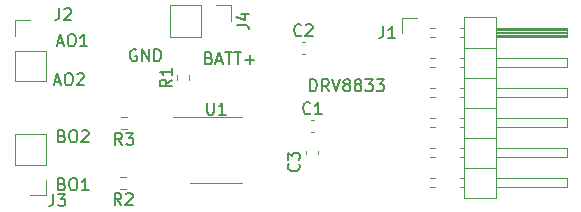
<source format=gbr>
%TF.GenerationSoftware,KiCad,Pcbnew,7.0.10*%
%TF.CreationDate,2024-02-14T05:56:45+09:00*%
%TF.ProjectId,drv8833,64727638-3833-4332-9e6b-696361645f70,rev?*%
%TF.SameCoordinates,Original*%
%TF.FileFunction,Legend,Top*%
%TF.FilePolarity,Positive*%
%FSLAX46Y46*%
G04 Gerber Fmt 4.6, Leading zero omitted, Abs format (unit mm)*
G04 Created by KiCad (PCBNEW 7.0.10) date 2024-02-14 05:56:45*
%MOMM*%
%LPD*%
G01*
G04 APERTURE LIST*
%ADD10C,0.150000*%
%ADD11C,0.120000*%
G04 APERTURE END LIST*
D10*
X104556112Y-67164009D02*
X104698969Y-67211628D01*
X104698969Y-67211628D02*
X104746588Y-67259247D01*
X104746588Y-67259247D02*
X104794207Y-67354485D01*
X104794207Y-67354485D02*
X104794207Y-67497342D01*
X104794207Y-67497342D02*
X104746588Y-67592580D01*
X104746588Y-67592580D02*
X104698969Y-67640200D01*
X104698969Y-67640200D02*
X104603731Y-67687819D01*
X104603731Y-67687819D02*
X104222779Y-67687819D01*
X104222779Y-67687819D02*
X104222779Y-66687819D01*
X104222779Y-66687819D02*
X104556112Y-66687819D01*
X104556112Y-66687819D02*
X104651350Y-66735438D01*
X104651350Y-66735438D02*
X104698969Y-66783057D01*
X104698969Y-66783057D02*
X104746588Y-66878295D01*
X104746588Y-66878295D02*
X104746588Y-66973533D01*
X104746588Y-66973533D02*
X104698969Y-67068771D01*
X104698969Y-67068771D02*
X104651350Y-67116390D01*
X104651350Y-67116390D02*
X104556112Y-67164009D01*
X104556112Y-67164009D02*
X104222779Y-67164009D01*
X105413255Y-66687819D02*
X105603731Y-66687819D01*
X105603731Y-66687819D02*
X105698969Y-66735438D01*
X105698969Y-66735438D02*
X105794207Y-66830676D01*
X105794207Y-66830676D02*
X105841826Y-67021152D01*
X105841826Y-67021152D02*
X105841826Y-67354485D01*
X105841826Y-67354485D02*
X105794207Y-67544961D01*
X105794207Y-67544961D02*
X105698969Y-67640200D01*
X105698969Y-67640200D02*
X105603731Y-67687819D01*
X105603731Y-67687819D02*
X105413255Y-67687819D01*
X105413255Y-67687819D02*
X105318017Y-67640200D01*
X105318017Y-67640200D02*
X105222779Y-67544961D01*
X105222779Y-67544961D02*
X105175160Y-67354485D01*
X105175160Y-67354485D02*
X105175160Y-67021152D01*
X105175160Y-67021152D02*
X105222779Y-66830676D01*
X105222779Y-66830676D02*
X105318017Y-66735438D01*
X105318017Y-66735438D02*
X105413255Y-66687819D01*
X106222779Y-66783057D02*
X106270398Y-66735438D01*
X106270398Y-66735438D02*
X106365636Y-66687819D01*
X106365636Y-66687819D02*
X106603731Y-66687819D01*
X106603731Y-66687819D02*
X106698969Y-66735438D01*
X106698969Y-66735438D02*
X106746588Y-66783057D01*
X106746588Y-66783057D02*
X106794207Y-66878295D01*
X106794207Y-66878295D02*
X106794207Y-66973533D01*
X106794207Y-66973533D02*
X106746588Y-67116390D01*
X106746588Y-67116390D02*
X106175160Y-67687819D01*
X106175160Y-67687819D02*
X106794207Y-67687819D01*
X125558779Y-63369819D02*
X125558779Y-62369819D01*
X125558779Y-62369819D02*
X125796874Y-62369819D01*
X125796874Y-62369819D02*
X125939731Y-62417438D01*
X125939731Y-62417438D02*
X126034969Y-62512676D01*
X126034969Y-62512676D02*
X126082588Y-62607914D01*
X126082588Y-62607914D02*
X126130207Y-62798390D01*
X126130207Y-62798390D02*
X126130207Y-62941247D01*
X126130207Y-62941247D02*
X126082588Y-63131723D01*
X126082588Y-63131723D02*
X126034969Y-63226961D01*
X126034969Y-63226961D02*
X125939731Y-63322200D01*
X125939731Y-63322200D02*
X125796874Y-63369819D01*
X125796874Y-63369819D02*
X125558779Y-63369819D01*
X127130207Y-63369819D02*
X126796874Y-62893628D01*
X126558779Y-63369819D02*
X126558779Y-62369819D01*
X126558779Y-62369819D02*
X126939731Y-62369819D01*
X126939731Y-62369819D02*
X127034969Y-62417438D01*
X127034969Y-62417438D02*
X127082588Y-62465057D01*
X127082588Y-62465057D02*
X127130207Y-62560295D01*
X127130207Y-62560295D02*
X127130207Y-62703152D01*
X127130207Y-62703152D02*
X127082588Y-62798390D01*
X127082588Y-62798390D02*
X127034969Y-62846009D01*
X127034969Y-62846009D02*
X126939731Y-62893628D01*
X126939731Y-62893628D02*
X126558779Y-62893628D01*
X127415922Y-62369819D02*
X127749255Y-63369819D01*
X127749255Y-63369819D02*
X128082588Y-62369819D01*
X128558779Y-62798390D02*
X128463541Y-62750771D01*
X128463541Y-62750771D02*
X128415922Y-62703152D01*
X128415922Y-62703152D02*
X128368303Y-62607914D01*
X128368303Y-62607914D02*
X128368303Y-62560295D01*
X128368303Y-62560295D02*
X128415922Y-62465057D01*
X128415922Y-62465057D02*
X128463541Y-62417438D01*
X128463541Y-62417438D02*
X128558779Y-62369819D01*
X128558779Y-62369819D02*
X128749255Y-62369819D01*
X128749255Y-62369819D02*
X128844493Y-62417438D01*
X128844493Y-62417438D02*
X128892112Y-62465057D01*
X128892112Y-62465057D02*
X128939731Y-62560295D01*
X128939731Y-62560295D02*
X128939731Y-62607914D01*
X128939731Y-62607914D02*
X128892112Y-62703152D01*
X128892112Y-62703152D02*
X128844493Y-62750771D01*
X128844493Y-62750771D02*
X128749255Y-62798390D01*
X128749255Y-62798390D02*
X128558779Y-62798390D01*
X128558779Y-62798390D02*
X128463541Y-62846009D01*
X128463541Y-62846009D02*
X128415922Y-62893628D01*
X128415922Y-62893628D02*
X128368303Y-62988866D01*
X128368303Y-62988866D02*
X128368303Y-63179342D01*
X128368303Y-63179342D02*
X128415922Y-63274580D01*
X128415922Y-63274580D02*
X128463541Y-63322200D01*
X128463541Y-63322200D02*
X128558779Y-63369819D01*
X128558779Y-63369819D02*
X128749255Y-63369819D01*
X128749255Y-63369819D02*
X128844493Y-63322200D01*
X128844493Y-63322200D02*
X128892112Y-63274580D01*
X128892112Y-63274580D02*
X128939731Y-63179342D01*
X128939731Y-63179342D02*
X128939731Y-62988866D01*
X128939731Y-62988866D02*
X128892112Y-62893628D01*
X128892112Y-62893628D02*
X128844493Y-62846009D01*
X128844493Y-62846009D02*
X128749255Y-62798390D01*
X129511160Y-62798390D02*
X129415922Y-62750771D01*
X129415922Y-62750771D02*
X129368303Y-62703152D01*
X129368303Y-62703152D02*
X129320684Y-62607914D01*
X129320684Y-62607914D02*
X129320684Y-62560295D01*
X129320684Y-62560295D02*
X129368303Y-62465057D01*
X129368303Y-62465057D02*
X129415922Y-62417438D01*
X129415922Y-62417438D02*
X129511160Y-62369819D01*
X129511160Y-62369819D02*
X129701636Y-62369819D01*
X129701636Y-62369819D02*
X129796874Y-62417438D01*
X129796874Y-62417438D02*
X129844493Y-62465057D01*
X129844493Y-62465057D02*
X129892112Y-62560295D01*
X129892112Y-62560295D02*
X129892112Y-62607914D01*
X129892112Y-62607914D02*
X129844493Y-62703152D01*
X129844493Y-62703152D02*
X129796874Y-62750771D01*
X129796874Y-62750771D02*
X129701636Y-62798390D01*
X129701636Y-62798390D02*
X129511160Y-62798390D01*
X129511160Y-62798390D02*
X129415922Y-62846009D01*
X129415922Y-62846009D02*
X129368303Y-62893628D01*
X129368303Y-62893628D02*
X129320684Y-62988866D01*
X129320684Y-62988866D02*
X129320684Y-63179342D01*
X129320684Y-63179342D02*
X129368303Y-63274580D01*
X129368303Y-63274580D02*
X129415922Y-63322200D01*
X129415922Y-63322200D02*
X129511160Y-63369819D01*
X129511160Y-63369819D02*
X129701636Y-63369819D01*
X129701636Y-63369819D02*
X129796874Y-63322200D01*
X129796874Y-63322200D02*
X129844493Y-63274580D01*
X129844493Y-63274580D02*
X129892112Y-63179342D01*
X129892112Y-63179342D02*
X129892112Y-62988866D01*
X129892112Y-62988866D02*
X129844493Y-62893628D01*
X129844493Y-62893628D02*
X129796874Y-62846009D01*
X129796874Y-62846009D02*
X129701636Y-62798390D01*
X130225446Y-62369819D02*
X130844493Y-62369819D01*
X130844493Y-62369819D02*
X130511160Y-62750771D01*
X130511160Y-62750771D02*
X130654017Y-62750771D01*
X130654017Y-62750771D02*
X130749255Y-62798390D01*
X130749255Y-62798390D02*
X130796874Y-62846009D01*
X130796874Y-62846009D02*
X130844493Y-62941247D01*
X130844493Y-62941247D02*
X130844493Y-63179342D01*
X130844493Y-63179342D02*
X130796874Y-63274580D01*
X130796874Y-63274580D02*
X130749255Y-63322200D01*
X130749255Y-63322200D02*
X130654017Y-63369819D01*
X130654017Y-63369819D02*
X130368303Y-63369819D01*
X130368303Y-63369819D02*
X130273065Y-63322200D01*
X130273065Y-63322200D02*
X130225446Y-63274580D01*
X131177827Y-62369819D02*
X131796874Y-62369819D01*
X131796874Y-62369819D02*
X131463541Y-62750771D01*
X131463541Y-62750771D02*
X131606398Y-62750771D01*
X131606398Y-62750771D02*
X131701636Y-62798390D01*
X131701636Y-62798390D02*
X131749255Y-62846009D01*
X131749255Y-62846009D02*
X131796874Y-62941247D01*
X131796874Y-62941247D02*
X131796874Y-63179342D01*
X131796874Y-63179342D02*
X131749255Y-63274580D01*
X131749255Y-63274580D02*
X131701636Y-63322200D01*
X131701636Y-63322200D02*
X131606398Y-63369819D01*
X131606398Y-63369819D02*
X131320684Y-63369819D01*
X131320684Y-63369819D02*
X131225446Y-63322200D01*
X131225446Y-63322200D02*
X131177827Y-63274580D01*
X104175160Y-59274104D02*
X104651350Y-59274104D01*
X104079922Y-59559819D02*
X104413255Y-58559819D01*
X104413255Y-58559819D02*
X104746588Y-59559819D01*
X105270398Y-58559819D02*
X105460874Y-58559819D01*
X105460874Y-58559819D02*
X105556112Y-58607438D01*
X105556112Y-58607438D02*
X105651350Y-58702676D01*
X105651350Y-58702676D02*
X105698969Y-58893152D01*
X105698969Y-58893152D02*
X105698969Y-59226485D01*
X105698969Y-59226485D02*
X105651350Y-59416961D01*
X105651350Y-59416961D02*
X105556112Y-59512200D01*
X105556112Y-59512200D02*
X105460874Y-59559819D01*
X105460874Y-59559819D02*
X105270398Y-59559819D01*
X105270398Y-59559819D02*
X105175160Y-59512200D01*
X105175160Y-59512200D02*
X105079922Y-59416961D01*
X105079922Y-59416961D02*
X105032303Y-59226485D01*
X105032303Y-59226485D02*
X105032303Y-58893152D01*
X105032303Y-58893152D02*
X105079922Y-58702676D01*
X105079922Y-58702676D02*
X105175160Y-58607438D01*
X105175160Y-58607438D02*
X105270398Y-58559819D01*
X106651350Y-59559819D02*
X106079922Y-59559819D01*
X106365636Y-59559819D02*
X106365636Y-58559819D01*
X106365636Y-58559819D02*
X106270398Y-58702676D01*
X106270398Y-58702676D02*
X106175160Y-58797914D01*
X106175160Y-58797914D02*
X106079922Y-58845533D01*
X117002112Y-60560009D02*
X117144969Y-60607628D01*
X117144969Y-60607628D02*
X117192588Y-60655247D01*
X117192588Y-60655247D02*
X117240207Y-60750485D01*
X117240207Y-60750485D02*
X117240207Y-60893342D01*
X117240207Y-60893342D02*
X117192588Y-60988580D01*
X117192588Y-60988580D02*
X117144969Y-61036200D01*
X117144969Y-61036200D02*
X117049731Y-61083819D01*
X117049731Y-61083819D02*
X116668779Y-61083819D01*
X116668779Y-61083819D02*
X116668779Y-60083819D01*
X116668779Y-60083819D02*
X117002112Y-60083819D01*
X117002112Y-60083819D02*
X117097350Y-60131438D01*
X117097350Y-60131438D02*
X117144969Y-60179057D01*
X117144969Y-60179057D02*
X117192588Y-60274295D01*
X117192588Y-60274295D02*
X117192588Y-60369533D01*
X117192588Y-60369533D02*
X117144969Y-60464771D01*
X117144969Y-60464771D02*
X117097350Y-60512390D01*
X117097350Y-60512390D02*
X117002112Y-60560009D01*
X117002112Y-60560009D02*
X116668779Y-60560009D01*
X117621160Y-60798104D02*
X118097350Y-60798104D01*
X117525922Y-61083819D02*
X117859255Y-60083819D01*
X117859255Y-60083819D02*
X118192588Y-61083819D01*
X118383065Y-60083819D02*
X118954493Y-60083819D01*
X118668779Y-61083819D02*
X118668779Y-60083819D01*
X119144970Y-60083819D02*
X119716398Y-60083819D01*
X119430684Y-61083819D02*
X119430684Y-60083819D01*
X120049732Y-60702866D02*
X120811637Y-60702866D01*
X120430684Y-61083819D02*
X120430684Y-60321914D01*
X104556112Y-71228009D02*
X104698969Y-71275628D01*
X104698969Y-71275628D02*
X104746588Y-71323247D01*
X104746588Y-71323247D02*
X104794207Y-71418485D01*
X104794207Y-71418485D02*
X104794207Y-71561342D01*
X104794207Y-71561342D02*
X104746588Y-71656580D01*
X104746588Y-71656580D02*
X104698969Y-71704200D01*
X104698969Y-71704200D02*
X104603731Y-71751819D01*
X104603731Y-71751819D02*
X104222779Y-71751819D01*
X104222779Y-71751819D02*
X104222779Y-70751819D01*
X104222779Y-70751819D02*
X104556112Y-70751819D01*
X104556112Y-70751819D02*
X104651350Y-70799438D01*
X104651350Y-70799438D02*
X104698969Y-70847057D01*
X104698969Y-70847057D02*
X104746588Y-70942295D01*
X104746588Y-70942295D02*
X104746588Y-71037533D01*
X104746588Y-71037533D02*
X104698969Y-71132771D01*
X104698969Y-71132771D02*
X104651350Y-71180390D01*
X104651350Y-71180390D02*
X104556112Y-71228009D01*
X104556112Y-71228009D02*
X104222779Y-71228009D01*
X105413255Y-70751819D02*
X105603731Y-70751819D01*
X105603731Y-70751819D02*
X105698969Y-70799438D01*
X105698969Y-70799438D02*
X105794207Y-70894676D01*
X105794207Y-70894676D02*
X105841826Y-71085152D01*
X105841826Y-71085152D02*
X105841826Y-71418485D01*
X105841826Y-71418485D02*
X105794207Y-71608961D01*
X105794207Y-71608961D02*
X105698969Y-71704200D01*
X105698969Y-71704200D02*
X105603731Y-71751819D01*
X105603731Y-71751819D02*
X105413255Y-71751819D01*
X105413255Y-71751819D02*
X105318017Y-71704200D01*
X105318017Y-71704200D02*
X105222779Y-71608961D01*
X105222779Y-71608961D02*
X105175160Y-71418485D01*
X105175160Y-71418485D02*
X105175160Y-71085152D01*
X105175160Y-71085152D02*
X105222779Y-70894676D01*
X105222779Y-70894676D02*
X105318017Y-70799438D01*
X105318017Y-70799438D02*
X105413255Y-70751819D01*
X106794207Y-71751819D02*
X106222779Y-71751819D01*
X106508493Y-71751819D02*
X106508493Y-70751819D01*
X106508493Y-70751819D02*
X106413255Y-70894676D01*
X106413255Y-70894676D02*
X106318017Y-70989914D01*
X106318017Y-70989914D02*
X106222779Y-71037533D01*
X110842588Y-59877438D02*
X110747350Y-59829819D01*
X110747350Y-59829819D02*
X110604493Y-59829819D01*
X110604493Y-59829819D02*
X110461636Y-59877438D01*
X110461636Y-59877438D02*
X110366398Y-59972676D01*
X110366398Y-59972676D02*
X110318779Y-60067914D01*
X110318779Y-60067914D02*
X110271160Y-60258390D01*
X110271160Y-60258390D02*
X110271160Y-60401247D01*
X110271160Y-60401247D02*
X110318779Y-60591723D01*
X110318779Y-60591723D02*
X110366398Y-60686961D01*
X110366398Y-60686961D02*
X110461636Y-60782200D01*
X110461636Y-60782200D02*
X110604493Y-60829819D01*
X110604493Y-60829819D02*
X110699731Y-60829819D01*
X110699731Y-60829819D02*
X110842588Y-60782200D01*
X110842588Y-60782200D02*
X110890207Y-60734580D01*
X110890207Y-60734580D02*
X110890207Y-60401247D01*
X110890207Y-60401247D02*
X110699731Y-60401247D01*
X111318779Y-60829819D02*
X111318779Y-59829819D01*
X111318779Y-59829819D02*
X111890207Y-60829819D01*
X111890207Y-60829819D02*
X111890207Y-59829819D01*
X112366398Y-60829819D02*
X112366398Y-59829819D01*
X112366398Y-59829819D02*
X112604493Y-59829819D01*
X112604493Y-59829819D02*
X112747350Y-59877438D01*
X112747350Y-59877438D02*
X112842588Y-59972676D01*
X112842588Y-59972676D02*
X112890207Y-60067914D01*
X112890207Y-60067914D02*
X112937826Y-60258390D01*
X112937826Y-60258390D02*
X112937826Y-60401247D01*
X112937826Y-60401247D02*
X112890207Y-60591723D01*
X112890207Y-60591723D02*
X112842588Y-60686961D01*
X112842588Y-60686961D02*
X112747350Y-60782200D01*
X112747350Y-60782200D02*
X112604493Y-60829819D01*
X112604493Y-60829819D02*
X112366398Y-60829819D01*
X103921160Y-62576104D02*
X104397350Y-62576104D01*
X103825922Y-62861819D02*
X104159255Y-61861819D01*
X104159255Y-61861819D02*
X104492588Y-62861819D01*
X105016398Y-61861819D02*
X105206874Y-61861819D01*
X105206874Y-61861819D02*
X105302112Y-61909438D01*
X105302112Y-61909438D02*
X105397350Y-62004676D01*
X105397350Y-62004676D02*
X105444969Y-62195152D01*
X105444969Y-62195152D02*
X105444969Y-62528485D01*
X105444969Y-62528485D02*
X105397350Y-62718961D01*
X105397350Y-62718961D02*
X105302112Y-62814200D01*
X105302112Y-62814200D02*
X105206874Y-62861819D01*
X105206874Y-62861819D02*
X105016398Y-62861819D01*
X105016398Y-62861819D02*
X104921160Y-62814200D01*
X104921160Y-62814200D02*
X104825922Y-62718961D01*
X104825922Y-62718961D02*
X104778303Y-62528485D01*
X104778303Y-62528485D02*
X104778303Y-62195152D01*
X104778303Y-62195152D02*
X104825922Y-62004676D01*
X104825922Y-62004676D02*
X104921160Y-61909438D01*
X104921160Y-61909438D02*
X105016398Y-61861819D01*
X105825922Y-61957057D02*
X105873541Y-61909438D01*
X105873541Y-61909438D02*
X105968779Y-61861819D01*
X105968779Y-61861819D02*
X106206874Y-61861819D01*
X106206874Y-61861819D02*
X106302112Y-61909438D01*
X106302112Y-61909438D02*
X106349731Y-61957057D01*
X106349731Y-61957057D02*
X106397350Y-62052295D01*
X106397350Y-62052295D02*
X106397350Y-62147533D01*
X106397350Y-62147533D02*
X106349731Y-62290390D01*
X106349731Y-62290390D02*
X105778303Y-62861819D01*
X105778303Y-62861819D02*
X106397350Y-62861819D01*
X113832819Y-62396666D02*
X113356628Y-62729999D01*
X113832819Y-62968094D02*
X112832819Y-62968094D01*
X112832819Y-62968094D02*
X112832819Y-62587142D01*
X112832819Y-62587142D02*
X112880438Y-62491904D01*
X112880438Y-62491904D02*
X112928057Y-62444285D01*
X112928057Y-62444285D02*
X113023295Y-62396666D01*
X113023295Y-62396666D02*
X113166152Y-62396666D01*
X113166152Y-62396666D02*
X113261390Y-62444285D01*
X113261390Y-62444285D02*
X113309009Y-62491904D01*
X113309009Y-62491904D02*
X113356628Y-62587142D01*
X113356628Y-62587142D02*
X113356628Y-62968094D01*
X113832819Y-61444285D02*
X113832819Y-62015713D01*
X113832819Y-61729999D02*
X112832819Y-61729999D01*
X112832819Y-61729999D02*
X112975676Y-61825237D01*
X112975676Y-61825237D02*
X113070914Y-61920475D01*
X113070914Y-61920475D02*
X113118533Y-62015713D01*
X131746666Y-57874819D02*
X131746666Y-58589104D01*
X131746666Y-58589104D02*
X131699047Y-58731961D01*
X131699047Y-58731961D02*
X131603809Y-58827200D01*
X131603809Y-58827200D02*
X131460952Y-58874819D01*
X131460952Y-58874819D02*
X131365714Y-58874819D01*
X132746666Y-58874819D02*
X132175238Y-58874819D01*
X132460952Y-58874819D02*
X132460952Y-57874819D01*
X132460952Y-57874819D02*
X132365714Y-58017676D01*
X132365714Y-58017676D02*
X132270476Y-58112914D01*
X132270476Y-58112914D02*
X132175238Y-58160533D01*
X109561333Y-73004819D02*
X109228000Y-72528628D01*
X108989905Y-73004819D02*
X108989905Y-72004819D01*
X108989905Y-72004819D02*
X109370857Y-72004819D01*
X109370857Y-72004819D02*
X109466095Y-72052438D01*
X109466095Y-72052438D02*
X109513714Y-72100057D01*
X109513714Y-72100057D02*
X109561333Y-72195295D01*
X109561333Y-72195295D02*
X109561333Y-72338152D01*
X109561333Y-72338152D02*
X109513714Y-72433390D01*
X109513714Y-72433390D02*
X109466095Y-72481009D01*
X109466095Y-72481009D02*
X109370857Y-72528628D01*
X109370857Y-72528628D02*
X108989905Y-72528628D01*
X109942286Y-72100057D02*
X109989905Y-72052438D01*
X109989905Y-72052438D02*
X110085143Y-72004819D01*
X110085143Y-72004819D02*
X110323238Y-72004819D01*
X110323238Y-72004819D02*
X110418476Y-72052438D01*
X110418476Y-72052438D02*
X110466095Y-72100057D01*
X110466095Y-72100057D02*
X110513714Y-72195295D01*
X110513714Y-72195295D02*
X110513714Y-72290533D01*
X110513714Y-72290533D02*
X110466095Y-72433390D01*
X110466095Y-72433390D02*
X109894667Y-73004819D01*
X109894667Y-73004819D02*
X110513714Y-73004819D01*
X103806666Y-72098819D02*
X103806666Y-72813104D01*
X103806666Y-72813104D02*
X103759047Y-72955961D01*
X103759047Y-72955961D02*
X103663809Y-73051200D01*
X103663809Y-73051200D02*
X103520952Y-73098819D01*
X103520952Y-73098819D02*
X103425714Y-73098819D01*
X104187619Y-72098819D02*
X104806666Y-72098819D01*
X104806666Y-72098819D02*
X104473333Y-72479771D01*
X104473333Y-72479771D02*
X104616190Y-72479771D01*
X104616190Y-72479771D02*
X104711428Y-72527390D01*
X104711428Y-72527390D02*
X104759047Y-72575009D01*
X104759047Y-72575009D02*
X104806666Y-72670247D01*
X104806666Y-72670247D02*
X104806666Y-72908342D01*
X104806666Y-72908342D02*
X104759047Y-73003580D01*
X104759047Y-73003580D02*
X104711428Y-73051200D01*
X104711428Y-73051200D02*
X104616190Y-73098819D01*
X104616190Y-73098819D02*
X104330476Y-73098819D01*
X104330476Y-73098819D02*
X104235238Y-73051200D01*
X104235238Y-73051200D02*
X104187619Y-73003580D01*
X124801333Y-58619580D02*
X124753714Y-58667200D01*
X124753714Y-58667200D02*
X124610857Y-58714819D01*
X124610857Y-58714819D02*
X124515619Y-58714819D01*
X124515619Y-58714819D02*
X124372762Y-58667200D01*
X124372762Y-58667200D02*
X124277524Y-58571961D01*
X124277524Y-58571961D02*
X124229905Y-58476723D01*
X124229905Y-58476723D02*
X124182286Y-58286247D01*
X124182286Y-58286247D02*
X124182286Y-58143390D01*
X124182286Y-58143390D02*
X124229905Y-57952914D01*
X124229905Y-57952914D02*
X124277524Y-57857676D01*
X124277524Y-57857676D02*
X124372762Y-57762438D01*
X124372762Y-57762438D02*
X124515619Y-57714819D01*
X124515619Y-57714819D02*
X124610857Y-57714819D01*
X124610857Y-57714819D02*
X124753714Y-57762438D01*
X124753714Y-57762438D02*
X124801333Y-57810057D01*
X125182286Y-57810057D02*
X125229905Y-57762438D01*
X125229905Y-57762438D02*
X125325143Y-57714819D01*
X125325143Y-57714819D02*
X125563238Y-57714819D01*
X125563238Y-57714819D02*
X125658476Y-57762438D01*
X125658476Y-57762438D02*
X125706095Y-57810057D01*
X125706095Y-57810057D02*
X125753714Y-57905295D01*
X125753714Y-57905295D02*
X125753714Y-58000533D01*
X125753714Y-58000533D02*
X125706095Y-58143390D01*
X125706095Y-58143390D02*
X125134667Y-58714819D01*
X125134667Y-58714819D02*
X125753714Y-58714819D01*
X116828095Y-64354819D02*
X116828095Y-65164342D01*
X116828095Y-65164342D02*
X116875714Y-65259580D01*
X116875714Y-65259580D02*
X116923333Y-65307200D01*
X116923333Y-65307200D02*
X117018571Y-65354819D01*
X117018571Y-65354819D02*
X117209047Y-65354819D01*
X117209047Y-65354819D02*
X117304285Y-65307200D01*
X117304285Y-65307200D02*
X117351904Y-65259580D01*
X117351904Y-65259580D02*
X117399523Y-65164342D01*
X117399523Y-65164342D02*
X117399523Y-64354819D01*
X118399523Y-65354819D02*
X117828095Y-65354819D01*
X118113809Y-65354819D02*
X118113809Y-64354819D01*
X118113809Y-64354819D02*
X118018571Y-64497676D01*
X118018571Y-64497676D02*
X117923333Y-64592914D01*
X117923333Y-64592914D02*
X117828095Y-64640533D01*
X104314666Y-56350819D02*
X104314666Y-57065104D01*
X104314666Y-57065104D02*
X104267047Y-57207961D01*
X104267047Y-57207961D02*
X104171809Y-57303200D01*
X104171809Y-57303200D02*
X104028952Y-57350819D01*
X104028952Y-57350819D02*
X103933714Y-57350819D01*
X104743238Y-56446057D02*
X104790857Y-56398438D01*
X104790857Y-56398438D02*
X104886095Y-56350819D01*
X104886095Y-56350819D02*
X105124190Y-56350819D01*
X105124190Y-56350819D02*
X105219428Y-56398438D01*
X105219428Y-56398438D02*
X105267047Y-56446057D01*
X105267047Y-56446057D02*
X105314666Y-56541295D01*
X105314666Y-56541295D02*
X105314666Y-56636533D01*
X105314666Y-56636533D02*
X105267047Y-56779390D01*
X105267047Y-56779390D02*
X104695619Y-57350819D01*
X104695619Y-57350819D02*
X105314666Y-57350819D01*
X119336019Y-57762733D02*
X120050304Y-57762733D01*
X120050304Y-57762733D02*
X120193161Y-57810352D01*
X120193161Y-57810352D02*
X120288400Y-57905590D01*
X120288400Y-57905590D02*
X120336019Y-58048447D01*
X120336019Y-58048447D02*
X120336019Y-58143685D01*
X119669352Y-56857971D02*
X120336019Y-56857971D01*
X119288400Y-57096066D02*
X120002685Y-57334161D01*
X120002685Y-57334161D02*
X120002685Y-56715114D01*
X124565580Y-69521666D02*
X124613200Y-69569285D01*
X124613200Y-69569285D02*
X124660819Y-69712142D01*
X124660819Y-69712142D02*
X124660819Y-69807380D01*
X124660819Y-69807380D02*
X124613200Y-69950237D01*
X124613200Y-69950237D02*
X124517961Y-70045475D01*
X124517961Y-70045475D02*
X124422723Y-70093094D01*
X124422723Y-70093094D02*
X124232247Y-70140713D01*
X124232247Y-70140713D02*
X124089390Y-70140713D01*
X124089390Y-70140713D02*
X123898914Y-70093094D01*
X123898914Y-70093094D02*
X123803676Y-70045475D01*
X123803676Y-70045475D02*
X123708438Y-69950237D01*
X123708438Y-69950237D02*
X123660819Y-69807380D01*
X123660819Y-69807380D02*
X123660819Y-69712142D01*
X123660819Y-69712142D02*
X123708438Y-69569285D01*
X123708438Y-69569285D02*
X123756057Y-69521666D01*
X123660819Y-69188332D02*
X123660819Y-68569285D01*
X123660819Y-68569285D02*
X124041771Y-68902618D01*
X124041771Y-68902618D02*
X124041771Y-68759761D01*
X124041771Y-68759761D02*
X124089390Y-68664523D01*
X124089390Y-68664523D02*
X124137009Y-68616904D01*
X124137009Y-68616904D02*
X124232247Y-68569285D01*
X124232247Y-68569285D02*
X124470342Y-68569285D01*
X124470342Y-68569285D02*
X124565580Y-68616904D01*
X124565580Y-68616904D02*
X124613200Y-68664523D01*
X124613200Y-68664523D02*
X124660819Y-68759761D01*
X124660819Y-68759761D02*
X124660819Y-69045475D01*
X124660819Y-69045475D02*
X124613200Y-69140713D01*
X124613200Y-69140713D02*
X124565580Y-69188332D01*
X125563333Y-65223580D02*
X125515714Y-65271200D01*
X125515714Y-65271200D02*
X125372857Y-65318819D01*
X125372857Y-65318819D02*
X125277619Y-65318819D01*
X125277619Y-65318819D02*
X125134762Y-65271200D01*
X125134762Y-65271200D02*
X125039524Y-65175961D01*
X125039524Y-65175961D02*
X124991905Y-65080723D01*
X124991905Y-65080723D02*
X124944286Y-64890247D01*
X124944286Y-64890247D02*
X124944286Y-64747390D01*
X124944286Y-64747390D02*
X124991905Y-64556914D01*
X124991905Y-64556914D02*
X125039524Y-64461676D01*
X125039524Y-64461676D02*
X125134762Y-64366438D01*
X125134762Y-64366438D02*
X125277619Y-64318819D01*
X125277619Y-64318819D02*
X125372857Y-64318819D01*
X125372857Y-64318819D02*
X125515714Y-64366438D01*
X125515714Y-64366438D02*
X125563333Y-64414057D01*
X126515714Y-65318819D02*
X125944286Y-65318819D01*
X126230000Y-65318819D02*
X126230000Y-64318819D01*
X126230000Y-64318819D02*
X126134762Y-64461676D01*
X126134762Y-64461676D02*
X126039524Y-64556914D01*
X126039524Y-64556914D02*
X125944286Y-64604533D01*
X109624333Y-67924819D02*
X109291000Y-67448628D01*
X109052905Y-67924819D02*
X109052905Y-66924819D01*
X109052905Y-66924819D02*
X109433857Y-66924819D01*
X109433857Y-66924819D02*
X109529095Y-66972438D01*
X109529095Y-66972438D02*
X109576714Y-67020057D01*
X109576714Y-67020057D02*
X109624333Y-67115295D01*
X109624333Y-67115295D02*
X109624333Y-67258152D01*
X109624333Y-67258152D02*
X109576714Y-67353390D01*
X109576714Y-67353390D02*
X109529095Y-67401009D01*
X109529095Y-67401009D02*
X109433857Y-67448628D01*
X109433857Y-67448628D02*
X109052905Y-67448628D01*
X109957667Y-66924819D02*
X110576714Y-66924819D01*
X110576714Y-66924819D02*
X110243381Y-67305771D01*
X110243381Y-67305771D02*
X110386238Y-67305771D01*
X110386238Y-67305771D02*
X110481476Y-67353390D01*
X110481476Y-67353390D02*
X110529095Y-67401009D01*
X110529095Y-67401009D02*
X110576714Y-67496247D01*
X110576714Y-67496247D02*
X110576714Y-67734342D01*
X110576714Y-67734342D02*
X110529095Y-67829580D01*
X110529095Y-67829580D02*
X110481476Y-67877200D01*
X110481476Y-67877200D02*
X110386238Y-67924819D01*
X110386238Y-67924819D02*
X110100524Y-67924819D01*
X110100524Y-67924819D02*
X110005286Y-67877200D01*
X110005286Y-67877200D02*
X109957667Y-67829580D01*
D11*
%TO.C,R1*%
X114285500Y-62467258D02*
X114285500Y-61992742D01*
X115330500Y-62467258D02*
X115330500Y-61992742D01*
%TO.C,J1*%
X133350000Y-57150000D02*
X134620000Y-57150000D01*
X133350000Y-58420000D02*
X133350000Y-57150000D01*
X135662929Y-60580000D02*
X136117071Y-60580000D01*
X135662929Y-61340000D02*
X136117071Y-61340000D01*
X135662929Y-63120000D02*
X136117071Y-63120000D01*
X135662929Y-63880000D02*
X136117071Y-63880000D01*
X135662929Y-65660000D02*
X136117071Y-65660000D01*
X135662929Y-66420000D02*
X136117071Y-66420000D01*
X135662929Y-68200000D02*
X136117071Y-68200000D01*
X135662929Y-68960000D02*
X136117071Y-68960000D01*
X135662929Y-70740000D02*
X136117071Y-70740000D01*
X135662929Y-71500000D02*
X136117071Y-71500000D01*
X135730000Y-58040000D02*
X136117071Y-58040000D01*
X135730000Y-58800000D02*
X136117071Y-58800000D01*
X138202929Y-58040000D02*
X138600000Y-58040000D01*
X138202929Y-58800000D02*
X138600000Y-58800000D01*
X138202929Y-60580000D02*
X138600000Y-60580000D01*
X138202929Y-61340000D02*
X138600000Y-61340000D01*
X138202929Y-63120000D02*
X138600000Y-63120000D01*
X138202929Y-63880000D02*
X138600000Y-63880000D01*
X138202929Y-65660000D02*
X138600000Y-65660000D01*
X138202929Y-66420000D02*
X138600000Y-66420000D01*
X138202929Y-68200000D02*
X138600000Y-68200000D01*
X138202929Y-68960000D02*
X138600000Y-68960000D01*
X138202929Y-70740000D02*
X138600000Y-70740000D01*
X138202929Y-71500000D02*
X138600000Y-71500000D01*
X138600000Y-57090000D02*
X138600000Y-72450000D01*
X138600000Y-59690000D02*
X141260000Y-59690000D01*
X138600000Y-62230000D02*
X141260000Y-62230000D01*
X138600000Y-64770000D02*
X141260000Y-64770000D01*
X138600000Y-67310000D02*
X141260000Y-67310000D01*
X138600000Y-69850000D02*
X141260000Y-69850000D01*
X138600000Y-72450000D02*
X141260000Y-72450000D01*
X141260000Y-57090000D02*
X138600000Y-57090000D01*
X141260000Y-58040000D02*
X147260000Y-58040000D01*
X141260000Y-58100000D02*
X147260000Y-58100000D01*
X141260000Y-58220000D02*
X147260000Y-58220000D01*
X141260000Y-58340000D02*
X147260000Y-58340000D01*
X141260000Y-58460000D02*
X147260000Y-58460000D01*
X141260000Y-58580000D02*
X147260000Y-58580000D01*
X141260000Y-58700000D02*
X147260000Y-58700000D01*
X141260000Y-60580000D02*
X147260000Y-60580000D01*
X141260000Y-63120000D02*
X147260000Y-63120000D01*
X141260000Y-65660000D02*
X147260000Y-65660000D01*
X141260000Y-68200000D02*
X147260000Y-68200000D01*
X141260000Y-70740000D02*
X147260000Y-70740000D01*
X141260000Y-72450000D02*
X141260000Y-57090000D01*
X147260000Y-58040000D02*
X147260000Y-58800000D01*
X147260000Y-58800000D02*
X141260000Y-58800000D01*
X147260000Y-60580000D02*
X147260000Y-61340000D01*
X147260000Y-61340000D02*
X141260000Y-61340000D01*
X147260000Y-63120000D02*
X147260000Y-63880000D01*
X147260000Y-63880000D02*
X141260000Y-63880000D01*
X147260000Y-65660000D02*
X147260000Y-66420000D01*
X147260000Y-66420000D02*
X141260000Y-66420000D01*
X147260000Y-68200000D02*
X147260000Y-68960000D01*
X147260000Y-68960000D02*
X141260000Y-68960000D01*
X147260000Y-70740000D02*
X147260000Y-71500000D01*
X147260000Y-71500000D02*
X141260000Y-71500000D01*
%TO.C,R2*%
X109965258Y-71642500D02*
X109490742Y-71642500D01*
X109965258Y-70597500D02*
X109490742Y-70597500D01*
%TO.C,J3*%
X103184000Y-72196000D02*
X101854000Y-72196000D01*
X103184000Y-70866000D02*
X103184000Y-72196000D01*
X103184000Y-69596000D02*
X103184000Y-66996000D01*
X103184000Y-69596000D02*
X100524000Y-69596000D01*
X103184000Y-66996000D02*
X100524000Y-66996000D01*
X100524000Y-69596000D02*
X100524000Y-66996000D01*
%TO.C,C2*%
X124827420Y-59180000D02*
X125108580Y-59180000D01*
X124827420Y-60200000D02*
X125108580Y-60200000D01*
%TO.C,U1*%
X117590000Y-65590000D02*
X113940000Y-65590000D01*
X117590000Y-65590000D02*
X119790000Y-65590000D01*
X117590000Y-71110000D02*
X115390000Y-71110000D01*
X117590000Y-71110000D02*
X119790000Y-71110000D01*
%TO.C,J2*%
X100524000Y-57344000D02*
X101854000Y-57344000D01*
X100524000Y-58674000D02*
X100524000Y-57344000D01*
X100524000Y-59944000D02*
X100524000Y-62544000D01*
X100524000Y-59944000D02*
X103184000Y-59944000D01*
X100524000Y-62544000D02*
X103184000Y-62544000D01*
X103184000Y-59944000D02*
X103184000Y-62544000D01*
%TO.C,J4*%
X118881200Y-56099400D02*
X118881200Y-57429400D01*
X117551200Y-56099400D02*
X118881200Y-56099400D01*
X116281200Y-56099400D02*
X113681200Y-56099400D01*
X116281200Y-56099400D02*
X116281200Y-58759400D01*
X113681200Y-56099400D02*
X113681200Y-58759400D01*
X116281200Y-58759400D02*
X113681200Y-58759400D01*
%TO.C,C3*%
X126240000Y-68452420D02*
X126240000Y-68733580D01*
X125220000Y-68452420D02*
X125220000Y-68733580D01*
%TO.C,C1*%
X125589420Y-65784000D02*
X125870580Y-65784000D01*
X125589420Y-66804000D02*
X125870580Y-66804000D01*
%TO.C,R3*%
X110028258Y-66562500D02*
X109553742Y-66562500D01*
X110028258Y-65517500D02*
X109553742Y-65517500D01*
%TD*%
M02*

</source>
